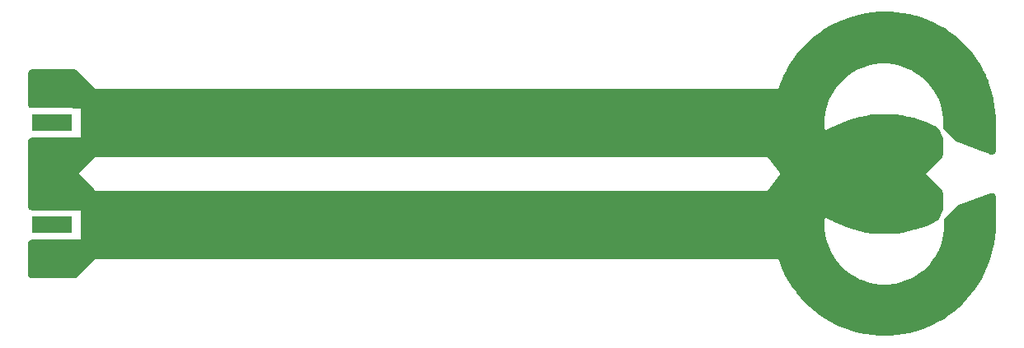
<source format=gbr>
G04 #@! TF.GenerationSoftware,KiCad,Pcbnew,8.0.4*
G04 #@! TF.CreationDate,2024-08-12T15:20:44-06:00*
G04 #@! TF.ProjectId,dual_loop_probe_fullground,6475616c-5f6c-46f6-9f70-5f70726f6265,rev?*
G04 #@! TF.SameCoordinates,Original*
G04 #@! TF.FileFunction,Copper,L1,Top*
G04 #@! TF.FilePolarity,Positive*
%FSLAX46Y46*%
G04 Gerber Fmt 4.6, Leading zero omitted, Abs format (unit mm)*
G04 Created by KiCad (PCBNEW 8.0.4) date 2024-08-12 15:20:44*
%MOMM*%
%LPD*%
G01*
G04 APERTURE LIST*
G04 #@! TA.AperFunction,SMDPad,CuDef*
%ADD10R,4.190000X1.780000*%
G04 #@! TD*
G04 #@! TA.AperFunction,ComponentPad*
%ADD11R,4.190000X3.000000*%
G04 #@! TD*
G04 #@! TA.AperFunction,ViaPad*
%ADD12C,0.800000*%
G04 #@! TD*
G04 APERTURE END LIST*
D10*
X95500000Y-96000000D03*
D11*
X95500000Y-99325000D03*
X95500000Y-92675000D03*
D10*
X95500000Y-85475000D03*
D11*
X95500000Y-82350000D03*
X95500000Y-89000000D03*
D12*
X133000000Y-94000000D03*
X131500000Y-94000000D03*
X95500000Y-94000000D03*
X101500000Y-94000000D03*
X104500000Y-94000000D03*
X122500000Y-94000000D03*
X124000000Y-94000000D03*
X125500000Y-94000000D03*
X127000000Y-94000000D03*
X119500000Y-94000000D03*
X112000000Y-94000000D03*
X110500000Y-94000000D03*
X94000000Y-94000000D03*
X100000000Y-94000000D03*
X118000000Y-94000000D03*
X130000000Y-94000000D03*
X121000000Y-94000000D03*
X109000000Y-94000000D03*
X107500000Y-94000000D03*
X116500000Y-94000000D03*
X98500000Y-94000000D03*
X103000000Y-94000000D03*
X128500000Y-94000000D03*
X106000000Y-94000000D03*
X115000000Y-94000000D03*
X97000000Y-94000000D03*
X113500000Y-94000000D03*
X134500000Y-94000000D03*
X170500000Y-94000000D03*
X169000000Y-94000000D03*
X137500000Y-94000000D03*
X136000000Y-94000000D03*
X140500000Y-94000000D03*
X143500000Y-94000000D03*
X139000000Y-94000000D03*
X142000000Y-94000000D03*
X151000000Y-94000000D03*
X145000000Y-94000000D03*
X145000000Y-94000000D03*
X146500000Y-94000000D03*
X148000000Y-94000000D03*
X149500000Y-94000000D03*
X154000000Y-94000000D03*
X152500000Y-94000000D03*
X155500000Y-94000000D03*
X157000000Y-94000000D03*
X158500000Y-94000000D03*
X160000000Y-94000000D03*
X161500000Y-94000000D03*
X163000000Y-94000000D03*
X164500000Y-94000000D03*
X166000000Y-94000000D03*
X167500000Y-94000000D03*
X174160681Y-97491213D03*
X174635347Y-98913966D03*
X175402207Y-100202942D03*
X176426056Y-101298965D03*
X177659889Y-102151720D03*
X179047062Y-102722056D03*
X180523893Y-102983790D03*
X182022581Y-102924906D03*
X183474324Y-102548108D03*
X184812473Y-101870694D03*
X185975596Y-100923763D03*
X186910295Y-99750788D03*
X187573660Y-98405618D03*
X187935235Y-96950009D03*
X174160681Y-94508787D03*
X176189817Y-90750000D03*
X177393138Y-89793306D03*
X178759561Y-89174905D03*
X180226358Y-88861790D03*
X181726188Y-88868335D03*
X183190197Y-89194238D03*
X184551172Y-89824539D03*
X187935235Y-95500000D03*
X170892607Y-99477156D03*
X171491886Y-100883213D03*
X172285582Y-102189421D03*
X173257467Y-103369069D03*
X174387667Y-104398039D03*
X175653074Y-105255289D03*
X177027812Y-105923292D03*
X178483771Y-106388387D03*
X179991181Y-106641066D03*
X181519219Y-106676161D03*
X183036640Y-106492955D03*
X184512416Y-106095193D03*
X185916373Y-105491010D03*
X187219802Y-104692759D03*
X188396051Y-103716763D03*
X189421069Y-102582978D03*
X190273897Y-101314587D03*
X190937097Y-99937525D03*
X191397107Y-98479952D03*
X191644523Y-96971669D03*
X171000000Y-92250000D03*
X171500000Y-90750000D03*
X175653074Y-86744711D03*
X177027812Y-86076708D03*
X178483771Y-85611613D03*
X179991181Y-85358934D03*
X181519219Y-85323839D03*
X183036640Y-85507045D03*
X184512416Y-85904807D03*
X185916373Y-86508990D03*
X191397107Y-93520048D03*
X191644523Y-95028331D03*
X101500000Y-87500000D03*
X110500000Y-98000000D03*
X188451529Y-77783237D03*
X107500000Y-83500000D03*
X121000000Y-87500000D03*
X167500000Y-83500000D03*
X183474325Y-79001883D03*
X94000000Y-98000000D03*
X134500000Y-98000000D03*
X125500000Y-83500000D03*
X125500000Y-87500000D03*
X166000000Y-83500000D03*
X124000000Y-83500000D03*
X109000000Y-83500000D03*
X173000000Y-94000000D03*
X160000000Y-98000000D03*
X97007460Y-89003531D03*
X100000000Y-98000000D03*
X180523894Y-78566201D03*
X130000000Y-98000000D03*
X121000000Y-98000000D03*
X158500000Y-83500000D03*
X121000000Y-83500000D03*
X140500000Y-87500000D03*
X140500000Y-83500000D03*
X175628427Y-94707958D03*
X113500000Y-87500000D03*
X187935236Y-86000000D03*
X174000001Y-85549991D03*
X185888882Y-95045517D03*
X95500000Y-83500000D03*
X191694380Y-86426685D03*
X151000000Y-98000000D03*
X164500000Y-87500000D03*
X163000000Y-98000000D03*
X119500000Y-87500000D03*
X191452585Y-83020048D03*
X172000000Y-87500000D03*
X112000000Y-83500000D03*
X181480182Y-96186973D03*
X136000000Y-87500000D03*
X170500000Y-98000000D03*
X134500000Y-83500000D03*
X185971851Y-76008990D03*
X97000000Y-90250000D03*
X174635348Y-82636025D03*
X161500000Y-83500000D03*
X167500000Y-98000000D03*
X140500000Y-98000000D03*
X149500000Y-87500000D03*
X97000000Y-98000000D03*
X122500000Y-83500000D03*
X146500000Y-83500000D03*
X163000000Y-87500000D03*
X130000000Y-83500000D03*
X160000000Y-83500000D03*
X106000000Y-98000000D03*
X145000000Y-83500000D03*
X190329375Y-80185413D03*
X95500000Y-98000000D03*
X95500000Y-100500000D03*
X187573661Y-83144373D03*
X113500000Y-83500000D03*
X109000000Y-98000000D03*
X169000000Y-83500000D03*
X180191817Y-92566997D03*
X160000000Y-87500000D03*
X174443145Y-77101961D03*
X94000000Y-100500000D03*
X130000000Y-87500000D03*
X166000000Y-87500000D03*
X179952568Y-96136716D03*
X103000000Y-83500000D03*
X115000000Y-87500000D03*
X137500000Y-98000000D03*
X128500000Y-98000000D03*
X119500000Y-83500000D03*
X155500000Y-87500000D03*
X100000000Y-83500000D03*
X94000000Y-87750000D03*
X142000000Y-83500000D03*
X118000000Y-87500000D03*
X107500000Y-87500000D03*
X137500000Y-87500000D03*
X151000000Y-87500000D03*
X98500000Y-83500000D03*
X149500000Y-98000000D03*
X142000000Y-98000000D03*
X94000000Y-90250000D03*
X145000000Y-83500000D03*
X152500000Y-87500000D03*
X98500000Y-87500000D03*
X118000000Y-83500000D03*
X109000000Y-87500000D03*
X183158444Y-92260427D03*
X145000000Y-98000000D03*
X157000000Y-83500000D03*
X155500000Y-98000000D03*
X182022582Y-78625085D03*
X170500000Y-87500000D03*
X145000000Y-87500000D03*
X164500000Y-83500000D03*
X152500000Y-98000000D03*
X174000000Y-96000000D03*
X136000000Y-98000000D03*
X116500000Y-87500000D03*
X134500000Y-87500000D03*
X187275280Y-76807241D03*
X175708552Y-76244711D03*
X158500000Y-98000000D03*
X191446964Y-87934968D03*
X173000000Y-87500000D03*
X189476547Y-78917022D03*
X124000000Y-87500000D03*
X131500000Y-87500000D03*
X186910296Y-81799203D03*
X97000000Y-87750000D03*
X177083290Y-75576708D03*
X146500000Y-98000000D03*
X163000000Y-83500000D03*
X115000000Y-98000000D03*
X136000000Y-83500000D03*
X97000000Y-83500919D03*
X180046659Y-74858934D03*
X110500000Y-87500000D03*
X161500000Y-87500000D03*
X137500000Y-83500000D03*
X125500000Y-98000000D03*
X127000000Y-98000000D03*
X161500000Y-98000000D03*
X97007460Y-99253531D03*
X166000000Y-98000000D03*
X184524867Y-91642026D03*
X175402208Y-81347049D03*
X139000000Y-83500000D03*
X101500000Y-83500000D03*
X106000000Y-87500000D03*
X116500000Y-98000000D03*
X128500000Y-83500000D03*
X94000000Y-91500000D03*
X127000000Y-87500000D03*
X178539249Y-75111613D03*
X100000000Y-87500000D03*
X167500000Y-87500000D03*
X182999347Y-96018834D03*
X98500000Y-98000000D03*
X178447741Y-95869090D03*
X148000000Y-87500000D03*
X112000000Y-98000000D03*
X177366833Y-91610793D03*
X183092118Y-75007045D03*
X157000000Y-87500000D03*
X94000000Y-83500000D03*
X169000000Y-87500000D03*
X154000000Y-87500000D03*
X179047063Y-78827935D03*
X176426057Y-80251026D03*
X171000000Y-89250000D03*
X128500000Y-87500000D03*
X107500000Y-98000000D03*
X94000000Y-81000000D03*
X148000000Y-98000000D03*
X149500000Y-83500000D03*
X110500000Y-83500000D03*
X122500000Y-98000000D03*
X181574697Y-74823839D03*
X158500000Y-87500000D03*
X133000000Y-83500000D03*
X190992575Y-81562475D03*
X131500000Y-83500000D03*
X95500000Y-81000000D03*
X170948085Y-82022844D03*
X97000000Y-91500000D03*
X112000000Y-87500000D03*
X104500000Y-83500000D03*
X178727808Y-92241094D03*
X154000000Y-98000000D03*
X187935236Y-84599982D03*
X172000000Y-94000000D03*
X185975597Y-80626228D03*
X127000000Y-83500000D03*
X155500000Y-83500000D03*
X146500000Y-87500000D03*
X133000000Y-87500000D03*
X118000000Y-98000000D03*
X143500000Y-87500000D03*
X177659890Y-79398271D03*
X142000000Y-87500000D03*
X148000000Y-83500000D03*
X176996468Y-95389569D03*
X104500000Y-98000000D03*
X154000000Y-83500000D03*
X172341060Y-79310579D03*
X184478999Y-95635737D03*
X181691647Y-92573542D03*
X95500000Y-90250000D03*
X131500000Y-98000000D03*
X191700001Y-84528331D03*
X106000000Y-83500000D03*
X174160682Y-84058778D03*
X164500000Y-98000000D03*
X97000000Y-100500000D03*
X122500000Y-87500000D03*
X145000000Y-87500000D03*
X103000000Y-87500000D03*
X104500000Y-87500000D03*
X101500000Y-98000000D03*
X173312945Y-78130931D03*
X124000000Y-98000000D03*
X174160682Y-87041204D03*
X113500000Y-98000000D03*
X184812474Y-79679297D03*
X170555478Y-83500000D03*
X139000000Y-98000000D03*
X119500000Y-98000000D03*
X152500000Y-83500000D03*
X184567894Y-75404807D03*
X95500000Y-87750000D03*
X151000000Y-83500000D03*
X143500000Y-83500000D03*
X95500000Y-91500000D03*
X103000000Y-98000000D03*
X143500000Y-98000000D03*
X133000000Y-98000000D03*
X139000000Y-87500000D03*
X97007194Y-92739008D03*
X116500000Y-83500000D03*
X169000000Y-98000000D03*
X115000000Y-83500000D03*
X97007194Y-82239008D03*
X145000000Y-98000000D03*
X157000000Y-98000000D03*
X97000000Y-81000000D03*
X171547364Y-80616787D03*
X97000000Y-96000000D03*
X94000000Y-96000000D03*
X95500000Y-96000632D03*
X97000000Y-85500919D03*
X95500000Y-85500919D03*
X94000000Y-85500919D03*
G04 #@! TA.AperFunction,Conductor*
G36*
X98603553Y-91103553D02*
G01*
X98603567Y-91103568D01*
X99853537Y-92353538D01*
X99853547Y-92353547D01*
X100000000Y-92500000D01*
X168750000Y-92500000D01*
X169000000Y-92500000D01*
X170500000Y-90500000D01*
X183000000Y-90500000D01*
X184000000Y-90500000D01*
X185000000Y-90500000D01*
X185603553Y-91103553D01*
X185603567Y-91103568D01*
X186847712Y-92347712D01*
X186858579Y-92360103D01*
X186922913Y-92443944D01*
X186939360Y-92472430D01*
X186976615Y-92562372D01*
X186985128Y-92594143D01*
X186998922Y-92698917D01*
X187000000Y-92715364D01*
X187000000Y-94374658D01*
X186999154Y-94389232D01*
X186988320Y-94482269D01*
X186981625Y-94510631D01*
X186949705Y-94598698D01*
X186943944Y-94612111D01*
X186569454Y-95361092D01*
X186500000Y-95500000D01*
X186525447Y-95500000D01*
X186516288Y-95521062D01*
X186482297Y-95549577D01*
X186447840Y-95569354D01*
X186441741Y-95572635D01*
X185884877Y-95852748D01*
X185878607Y-95855688D01*
X185307246Y-96104759D01*
X185300823Y-96107351D01*
X184716607Y-96324665D01*
X184710053Y-96326901D01*
X184114773Y-96511791D01*
X184108105Y-96513662D01*
X183503602Y-96665556D01*
X183496841Y-96667059D01*
X182884880Y-96785514D01*
X182878047Y-96786643D01*
X182260493Y-96871299D01*
X182253609Y-96872050D01*
X181632354Y-96922645D01*
X181625438Y-96923017D01*
X181002348Y-96939401D01*
X180995423Y-96939393D01*
X180372355Y-96921518D01*
X180365440Y-96921129D01*
X179744310Y-96869047D01*
X179737427Y-96868279D01*
X179120090Y-96782148D01*
X179113260Y-96781003D01*
X178501581Y-96661083D01*
X178494824Y-96659564D01*
X177890680Y-96506222D01*
X177884017Y-96504335D01*
X177289188Y-96318024D01*
X177282638Y-96315773D01*
X176698958Y-96097066D01*
X176692542Y-96094459D01*
X176121747Y-95844008D01*
X176115484Y-95841052D01*
X176024768Y-95795148D01*
X175559314Y-95559618D01*
X175553223Y-95556322D01*
X175043261Y-95262015D01*
X175026842Y-95249966D01*
X175013439Y-95243843D01*
X174999838Y-95236594D01*
X174998049Y-95235495D01*
X174994093Y-95233064D01*
X174989451Y-95230212D01*
X174988818Y-95230060D01*
X174984794Y-95228670D01*
X174980540Y-95228591D01*
X174979896Y-95228517D01*
X174967935Y-95230938D01*
X174952690Y-95233064D01*
X174940539Y-95234007D01*
X174939949Y-95234251D01*
X174935863Y-95235495D01*
X174932378Y-95237930D01*
X174931806Y-95238252D01*
X174923553Y-95247242D01*
X174912467Y-95257925D01*
X174903190Y-95265830D01*
X174902851Y-95266383D01*
X174900285Y-95269781D01*
X174898896Y-95273802D01*
X174898625Y-95274393D01*
X174897234Y-95286508D01*
X174894544Y-95301673D01*
X174891685Y-95313520D01*
X174891733Y-95314128D01*
X174891285Y-95338259D01*
X174868324Y-95537945D01*
X174850969Y-96019135D01*
X174871317Y-96500194D01*
X174929244Y-96978195D01*
X174929248Y-96978216D01*
X175024393Y-97450199D01*
X175024395Y-97450207D01*
X175156179Y-97913294D01*
X175156188Y-97913322D01*
X175323805Y-98364689D01*
X175323816Y-98364715D01*
X175526226Y-98801559D01*
X175526230Y-98801567D01*
X175526235Y-98801577D01*
X175762224Y-99221280D01*
X176030329Y-99621231D01*
X176328907Y-99998978D01*
X176468419Y-100149580D01*
X176656122Y-100352204D01*
X176656131Y-100352213D01*
X177009965Y-100678735D01*
X177009972Y-100678741D01*
X177009979Y-100678747D01*
X177388298Y-100976600D01*
X177788762Y-101243938D01*
X177788765Y-101243940D01*
X177788770Y-101243943D01*
X177974152Y-101347712D01*
X178208916Y-101479123D01*
X178515392Y-101620414D01*
X178578482Y-101649500D01*
X178646185Y-101680712D01*
X179097885Y-101847469D01*
X179561249Y-101978372D01*
X180033435Y-102072618D01*
X180511547Y-102129629D01*
X180992654Y-102149056D01*
X180992658Y-102149055D01*
X180992662Y-102149056D01*
X181473790Y-102130780D01*
X181473794Y-102130779D01*
X181473807Y-102130779D01*
X181881390Y-102083164D01*
X181952047Y-102074911D01*
X181952050Y-102074910D01*
X181952054Y-102074910D01*
X181952059Y-102074908D01*
X181952071Y-102074907D01*
X182097555Y-102046230D01*
X182424463Y-101981793D01*
X182888138Y-101851997D01*
X183340236Y-101686320D01*
X183777985Y-101485776D01*
X184198700Y-101251596D01*
X184198700Y-101251595D01*
X184198707Y-101251592D01*
X184198713Y-101251588D01*
X184599787Y-100985225D01*
X184599787Y-100985224D01*
X184599802Y-100985215D01*
X184826144Y-100807888D01*
X184978810Y-100688283D01*
X184978815Y-100688278D01*
X184978831Y-100688266D01*
X185333464Y-100362572D01*
X185661525Y-100010127D01*
X185961005Y-99633094D01*
X186230065Y-99233785D01*
X186467056Y-98814647D01*
X186473159Y-98801559D01*
X186571605Y-98590414D01*
X186670526Y-98378250D01*
X186839226Y-97927272D01*
X186972123Y-97464476D01*
X187068401Y-96992700D01*
X187127469Y-96514838D01*
X187145681Y-96107351D01*
X187148967Y-96033830D01*
X187148967Y-96033819D01*
X187132762Y-95552592D01*
X187120794Y-95446280D01*
X187133050Y-95376350D01*
X187156902Y-95343096D01*
X188418672Y-94081327D01*
X188428634Y-94072375D01*
X188495788Y-94018209D01*
X188518321Y-94003700D01*
X188595417Y-93964981D01*
X188607698Y-93959613D01*
X191816305Y-92756385D01*
X191832909Y-92751433D01*
X191941443Y-92727054D01*
X191975936Y-92724181D01*
X192078221Y-92729783D01*
X192112201Y-92736407D01*
X192209103Y-92769637D01*
X192239998Y-92785260D01*
X192324194Y-92843608D01*
X192349671Y-92867051D01*
X192395746Y-92922975D01*
X192423625Y-92988269D01*
X192424500Y-93003095D01*
X192424500Y-95998248D01*
X192424450Y-96001782D01*
X192406626Y-96637038D01*
X192406230Y-96644094D01*
X192352962Y-97275607D01*
X192352171Y-97282631D01*
X192263576Y-97910179D01*
X192262392Y-97917146D01*
X192138753Y-98538725D01*
X192137180Y-98545616D01*
X191978884Y-99159276D01*
X191976928Y-99166067D01*
X191784464Y-99769916D01*
X191782129Y-99776587D01*
X191556127Y-100368651D01*
X191553423Y-100375181D01*
X191294560Y-100953682D01*
X191291493Y-100960050D01*
X191000607Y-101523114D01*
X190997188Y-101529299D01*
X190675202Y-102075146D01*
X190671442Y-102081131D01*
X190319337Y-102608093D01*
X190315247Y-102613857D01*
X189934166Y-103120225D01*
X189929760Y-103125751D01*
X189520866Y-103609979D01*
X189516156Y-103615249D01*
X189080769Y-104075772D01*
X189075772Y-104080769D01*
X188615249Y-104516156D01*
X188609979Y-104520866D01*
X188125751Y-104929760D01*
X188120225Y-104934166D01*
X187613857Y-105315247D01*
X187608093Y-105319337D01*
X187081131Y-105671442D01*
X187075146Y-105675202D01*
X186529299Y-105997188D01*
X186523114Y-106000607D01*
X185960050Y-106291493D01*
X185953682Y-106294560D01*
X185375181Y-106553423D01*
X185368651Y-106556127D01*
X184776587Y-106782129D01*
X184769916Y-106784464D01*
X184166067Y-106976928D01*
X184159276Y-106978884D01*
X183545616Y-107137180D01*
X183538725Y-107138753D01*
X182917146Y-107262392D01*
X182910179Y-107263576D01*
X182282631Y-107352171D01*
X182275607Y-107352962D01*
X181644094Y-107406230D01*
X181637038Y-107406626D01*
X181148740Y-107420326D01*
X181091250Y-107408238D01*
X181076242Y-107401126D01*
X181076241Y-107401126D01*
X181076239Y-107401125D01*
X181044026Y-107401325D01*
X181042169Y-107401322D01*
X181041468Y-107401316D01*
X181039739Y-107401290D01*
X180394673Y-107386916D01*
X180387498Y-107386551D01*
X179745750Y-107335549D01*
X179738606Y-107334776D01*
X179100794Y-107247274D01*
X179093707Y-107246095D01*
X178461927Y-107122384D01*
X178454918Y-107120803D01*
X177831195Y-106961275D01*
X177824288Y-106959296D01*
X177210713Y-106764489D01*
X177203930Y-106762121D01*
X176602431Y-106532648D01*
X176595794Y-106529897D01*
X176008343Y-106266509D01*
X176001874Y-106263383D01*
X175430417Y-105966952D01*
X175424156Y-105963475D01*
X174870467Y-105634919D01*
X174864405Y-105631083D01*
X174330396Y-105271537D01*
X174324553Y-105267356D01*
X173811897Y-104877949D01*
X173806302Y-104873442D01*
X173316671Y-104455444D01*
X173311342Y-104450625D01*
X172846347Y-104005413D01*
X172841301Y-104000299D01*
X172402421Y-103529287D01*
X172397674Y-103523892D01*
X171986359Y-103028634D01*
X171981929Y-103022979D01*
X171926882Y-102948430D01*
X171599516Y-102505089D01*
X171595421Y-102499199D01*
X171576143Y-102469711D01*
X171243129Y-101960322D01*
X171239376Y-101954206D01*
X171216973Y-101915258D01*
X170975468Y-101495388D01*
X170918392Y-101396159D01*
X170914989Y-101389832D01*
X170899312Y-101358579D01*
X170626319Y-100814365D01*
X170623309Y-100807909D01*
X170367907Y-100216920D01*
X170365263Y-100210291D01*
X170155376Y-99636886D01*
X170150976Y-99621209D01*
X170150498Y-99620055D01*
X170150498Y-99620053D01*
X170142758Y-99601372D01*
X170139670Y-99593109D01*
X170131864Y-99569738D01*
X170131862Y-99569736D01*
X170130750Y-99567908D01*
X170107825Y-99544986D01*
X170106563Y-99543706D01*
X170106512Y-99543654D01*
X170104588Y-99541674D01*
X170083983Y-99520474D01*
X170083981Y-99520473D01*
X170057138Y-99510649D01*
X170052252Y-99508744D01*
X170028440Y-99498883D01*
X170022704Y-99497273D01*
X170019462Y-99496861D01*
X169998757Y-99498896D01*
X169986447Y-99499500D01*
X169041535Y-99499568D01*
X169013301Y-99499568D01*
X169013297Y-99499569D01*
X169002773Y-99503928D01*
X169000000Y-99500000D01*
X168740922Y-99500000D01*
X168740916Y-99500000D01*
X100207104Y-99500000D01*
X100000000Y-99500000D01*
X99853558Y-99646442D01*
X99853537Y-99646461D01*
X98152287Y-101347712D01*
X98139896Y-101358579D01*
X98056055Y-101422913D01*
X98027569Y-101439360D01*
X97937627Y-101476615D01*
X97905856Y-101485128D01*
X97827917Y-101495388D01*
X97801080Y-101498922D01*
X97784635Y-101500000D01*
X93508258Y-101500000D01*
X93491812Y-101498922D01*
X93387037Y-101485128D01*
X93355265Y-101476615D01*
X93265326Y-101439361D01*
X93236840Y-101422914D01*
X93159605Y-101363649D01*
X93136351Y-101340396D01*
X93101536Y-101295024D01*
X93075937Y-101228807D01*
X93075500Y-101218323D01*
X93075500Y-97781677D01*
X93095502Y-97713556D01*
X93101531Y-97704981D01*
X93136351Y-97659603D01*
X93159603Y-97636351D01*
X93236843Y-97577082D01*
X93265321Y-97560640D01*
X93355270Y-97523382D01*
X93387033Y-97514872D01*
X93468592Y-97504134D01*
X93491813Y-97501078D01*
X93508258Y-97500000D01*
X97999993Y-97500000D01*
X98000000Y-97500000D01*
X98500000Y-97500000D01*
X98500000Y-94500000D01*
X98000002Y-94500000D01*
X93508258Y-94500000D01*
X93491812Y-94498922D01*
X93387037Y-94485128D01*
X93355265Y-94476615D01*
X93265326Y-94439361D01*
X93236840Y-94422914D01*
X93159605Y-94363649D01*
X93136351Y-94340396D01*
X93101536Y-94295024D01*
X93075937Y-94228807D01*
X93075500Y-94218323D01*
X93075500Y-90500000D01*
X98000000Y-90500000D01*
X98603553Y-91103553D01*
G37*
G04 #@! TD.AperFunction*
G04 #@! TA.AperFunction,Conductor*
G36*
X180962649Y-74076348D02*
G01*
X180977151Y-74076025D01*
X180977152Y-74076026D01*
X180996800Y-74075589D01*
X180999428Y-74075531D01*
X181002226Y-74075500D01*
X181003868Y-74075500D01*
X181004733Y-74075502D01*
X181648190Y-74079923D01*
X181655462Y-74080185D01*
X182297005Y-74121974D01*
X182304254Y-74122658D01*
X182878346Y-74193762D01*
X182942244Y-74201676D01*
X182949488Y-74202788D01*
X182958615Y-74204462D01*
X183581817Y-74318769D01*
X183588939Y-74320291D01*
X184189447Y-74466979D01*
X184213423Y-74472836D01*
X184220490Y-74474781D01*
X184835073Y-74663385D01*
X184842014Y-74665739D01*
X185444548Y-74889743D01*
X185451319Y-74892486D01*
X186039875Y-75151175D01*
X186046444Y-75154293D01*
X186618961Y-75446765D01*
X186625356Y-75450270D01*
X187179880Y-75775525D01*
X187186067Y-75779400D01*
X187720733Y-76136342D01*
X187726686Y-76140571D01*
X188239686Y-76527991D01*
X188245403Y-76532576D01*
X188735008Y-76949169D01*
X188740438Y-76954068D01*
X188851446Y-77060249D01*
X189204989Y-77398421D01*
X189210136Y-77403639D01*
X189648062Y-77874249D01*
X189652897Y-77879758D01*
X190062715Y-78375031D01*
X190067221Y-78380811D01*
X190447547Y-78899073D01*
X190451710Y-78905106D01*
X190801265Y-79444617D01*
X190805069Y-79450881D01*
X191122648Y-80009776D01*
X191126083Y-80016251D01*
X191410650Y-80592711D01*
X191413701Y-80599375D01*
X191465120Y-80720866D01*
X191650683Y-81159307D01*
X191664247Y-81191354D01*
X191666903Y-81198175D01*
X191720598Y-81348912D01*
X191882624Y-81803776D01*
X191884881Y-81810749D01*
X192065013Y-82427833D01*
X192066861Y-82434925D01*
X192210809Y-83061438D01*
X192212242Y-83068626D01*
X192319518Y-83702450D01*
X192320531Y-83709709D01*
X192390774Y-84348721D01*
X192391362Y-84356027D01*
X192412115Y-84760156D01*
X192423546Y-84982758D01*
X192424334Y-84998093D01*
X192424500Y-85004555D01*
X192424500Y-88496903D01*
X192404498Y-88565024D01*
X192395747Y-88577022D01*
X192349672Y-88632947D01*
X192324194Y-88656391D01*
X192239998Y-88714739D01*
X192209101Y-88730363D01*
X192112201Y-88763592D01*
X192078220Y-88770216D01*
X191975943Y-88775818D01*
X191941439Y-88772944D01*
X191832920Y-88748569D01*
X191816291Y-88743609D01*
X191780968Y-88730363D01*
X190576001Y-88278500D01*
X188607711Y-87540391D01*
X188595404Y-87535012D01*
X188562950Y-87518713D01*
X188518328Y-87496303D01*
X188495782Y-87481785D01*
X188428639Y-87427629D01*
X188418658Y-87418658D01*
X187067810Y-86067810D01*
X187033784Y-86005498D01*
X187031687Y-85964701D01*
X187034473Y-85939805D01*
X187034475Y-85939791D01*
X187050237Y-85461156D01*
X187039536Y-85226519D01*
X187028420Y-84982768D01*
X187028419Y-84982765D01*
X187028419Y-84982758D01*
X186969157Y-84507544D01*
X186872815Y-84038441D01*
X186739986Y-83578336D01*
X186571488Y-83130063D01*
X186368359Y-82696382D01*
X186131850Y-82279965D01*
X185944435Y-82003072D01*
X185863422Y-81883381D01*
X185863421Y-81883380D01*
X185863417Y-81883374D01*
X185604557Y-81558983D01*
X185564720Y-81509061D01*
X185564716Y-81509057D01*
X185564713Y-81509053D01*
X185237577Y-81159307D01*
X184915038Y-80864624D01*
X184884024Y-80836288D01*
X184826561Y-80791524D01*
X184506232Y-80541988D01*
X184106526Y-80278217D01*
X183993938Y-80216003D01*
X183687381Y-80046606D01*
X183687377Y-80046604D01*
X183687368Y-80046599D01*
X183251339Y-79848562D01*
X183251338Y-79848561D01*
X183251330Y-79848558D01*
X182801139Y-79685329D01*
X182801105Y-79685318D01*
X182339506Y-79557894D01*
X182339490Y-79557891D01*
X181922441Y-79477316D01*
X181869295Y-79467048D01*
X181393420Y-79413354D01*
X180914800Y-79397139D01*
X180914797Y-79397139D01*
X180914794Y-79397139D01*
X180766772Y-79403749D01*
X180436382Y-79418504D01*
X180436374Y-79418504D01*
X180436373Y-79418505D01*
X180436365Y-79418505D01*
X179961126Y-79477314D01*
X179961116Y-79477316D01*
X179491918Y-79573214D01*
X179031694Y-79705606D01*
X179031683Y-79705609D01*
X178583269Y-79873676D01*
X178583232Y-79873691D01*
X178149393Y-80076394D01*
X177732746Y-80312512D01*
X177335903Y-80580569D01*
X177335891Y-80580577D01*
X176961318Y-80878902D01*
X176961286Y-80878930D01*
X176611236Y-81205729D01*
X176611230Y-81205736D01*
X176287885Y-81558974D01*
X176287877Y-81558983D01*
X175993236Y-81936476D01*
X175993225Y-81936490D01*
X175729081Y-82335938D01*
X175729073Y-82335951D01*
X175497062Y-82754885D01*
X175497056Y-82754898D01*
X175298619Y-83190712D01*
X175298612Y-83190728D01*
X175134960Y-83640756D01*
X175134946Y-83640799D01*
X175007087Y-84102265D01*
X175007082Y-84102290D01*
X174915791Y-84572417D01*
X174861649Y-85048226D01*
X174844981Y-85526836D01*
X174865892Y-86005262D01*
X174865895Y-86005292D01*
X174890233Y-86203467D01*
X174890804Y-86227593D01*
X174893869Y-86240156D01*
X174896519Y-86254655D01*
X174898095Y-86267486D01*
X174899432Y-86271292D01*
X174899883Y-86272127D01*
X174902328Y-86275331D01*
X174912188Y-86283690D01*
X174922856Y-86293865D01*
X174931672Y-86303319D01*
X174934979Y-86305603D01*
X174935845Y-86306019D01*
X174939696Y-86307171D01*
X174939906Y-86307186D01*
X174939907Y-86307187D01*
X174952588Y-86308137D01*
X174967200Y-86310098D01*
X174979692Y-86312527D01*
X174979693Y-86312526D01*
X174979908Y-86312568D01*
X174983891Y-86312474D01*
X174984888Y-86312292D01*
X174988641Y-86310973D01*
X174988829Y-86310856D01*
X174988833Y-86310857D01*
X174999672Y-86304159D01*
X175012632Y-86297165D01*
X175024157Y-86291792D01*
X175024157Y-86291791D01*
X175026974Y-86290478D01*
X175042750Y-86278773D01*
X175547190Y-85985883D01*
X175553207Y-85982606D01*
X176103956Y-85701983D01*
X176110145Y-85699040D01*
X176675421Y-85449016D01*
X176681767Y-85446415D01*
X177259872Y-85227739D01*
X177266380Y-85225479D01*
X177855609Y-85038797D01*
X177862209Y-85036904D01*
X178460751Y-84882787D01*
X178467471Y-84881252D01*
X179073557Y-84760155D01*
X179080348Y-84758990D01*
X179692187Y-84671272D01*
X179699000Y-84670486D01*
X180314730Y-84616416D01*
X180321575Y-84616004D01*
X180939323Y-84595745D01*
X180946218Y-84595709D01*
X181564150Y-84609321D01*
X181570986Y-84609659D01*
X182187254Y-84657103D01*
X182194099Y-84657818D01*
X182806851Y-84738951D01*
X182813629Y-84740038D01*
X183421007Y-84854614D01*
X183427699Y-84856067D01*
X184027914Y-85003749D01*
X184034512Y-85005566D01*
X184625722Y-85185902D01*
X184632252Y-85188092D01*
X185212664Y-85400531D01*
X185219047Y-85403068D01*
X185786970Y-85646994D01*
X185793219Y-85649884D01*
X186346903Y-85924541D01*
X186352981Y-85927767D01*
X186475823Y-85997337D01*
X186522999Y-86045998D01*
X186653585Y-86307171D01*
X186943944Y-86887888D01*
X186949705Y-86901301D01*
X186981625Y-86989368D01*
X186988320Y-87017730D01*
X186999154Y-87110767D01*
X187000000Y-87125341D01*
X187000000Y-88784635D01*
X186998922Y-88801082D01*
X186985128Y-88905856D01*
X186976615Y-88937627D01*
X186939360Y-89027569D01*
X186922913Y-89056055D01*
X186858579Y-89139896D01*
X186847712Y-89152287D01*
X185603567Y-90396431D01*
X185603548Y-90396452D01*
X185000000Y-91000000D01*
X184000000Y-91000000D01*
X183000000Y-91000000D01*
X170500000Y-91000000D01*
X169000000Y-89000000D01*
X168750002Y-89000000D01*
X100207104Y-89000000D01*
X100000000Y-89000000D01*
X99853558Y-89146442D01*
X99853537Y-89146461D01*
X98603567Y-90396431D01*
X98603548Y-90396452D01*
X98000000Y-91000000D01*
X93075500Y-91000000D01*
X93075500Y-87281677D01*
X93095502Y-87213556D01*
X93101531Y-87204981D01*
X93136351Y-87159603D01*
X93159603Y-87136351D01*
X93236843Y-87077082D01*
X93265321Y-87060640D01*
X93355270Y-87023382D01*
X93387033Y-87014872D01*
X93468592Y-87004134D01*
X93491813Y-87001078D01*
X93508258Y-87000000D01*
X97999993Y-87000000D01*
X98000000Y-87000000D01*
X98500000Y-87000000D01*
X98500000Y-84000000D01*
X98000002Y-84000000D01*
X97760354Y-84000000D01*
X97743908Y-83998922D01*
X97634363Y-83984500D01*
X93399364Y-83984500D01*
X93351146Y-83974909D01*
X93265326Y-83939361D01*
X93236840Y-83922914D01*
X93159605Y-83863649D01*
X93136351Y-83840396D01*
X93101536Y-83795024D01*
X93075937Y-83728807D01*
X93075500Y-83718323D01*
X93075500Y-80281677D01*
X93095502Y-80213556D01*
X93101531Y-80204981D01*
X93136351Y-80159603D01*
X93159603Y-80136351D01*
X93236843Y-80077082D01*
X93265321Y-80060640D01*
X93355270Y-80023382D01*
X93387033Y-80014872D01*
X93468592Y-80004134D01*
X93491813Y-80001078D01*
X93508258Y-80000000D01*
X97784635Y-80000000D01*
X97801080Y-80001078D01*
X97829094Y-80004765D01*
X97905857Y-80014871D01*
X97937624Y-80023383D01*
X98027572Y-80060641D01*
X98056051Y-80077084D01*
X98133287Y-80136349D01*
X98139896Y-80141420D01*
X98152287Y-80152287D01*
X99853537Y-81853538D01*
X99853547Y-81853547D01*
X100000000Y-82000000D01*
X168740915Y-82000000D01*
X168740922Y-82000000D01*
X169000000Y-82000000D01*
X169003602Y-81994895D01*
X169019093Y-81994904D01*
X169019094Y-81994903D01*
X169031287Y-81994910D01*
X169031859Y-81994852D01*
X169923757Y-81994118D01*
X169937344Y-81996300D01*
X169937446Y-81995236D01*
X169951575Y-81996577D01*
X169951576Y-81996578D01*
X170019970Y-82003073D01*
X170084408Y-81979249D01*
X170132128Y-81929826D01*
X170142348Y-81898891D01*
X170143482Y-81895617D01*
X170148957Y-81880503D01*
X170150956Y-81875343D01*
X170151774Y-81873367D01*
X170151773Y-81873364D01*
X170153750Y-81868583D01*
X170155321Y-81862937D01*
X170363220Y-81289099D01*
X170365850Y-81282442D01*
X170398702Y-81205729D01*
X170619060Y-80691167D01*
X170622051Y-80684700D01*
X170908540Y-80108843D01*
X170911922Y-80102506D01*
X170943834Y-80046599D01*
X171230781Y-79543893D01*
X171234480Y-79537822D01*
X171584683Y-78998257D01*
X171588733Y-78992392D01*
X171969092Y-78473706D01*
X171973478Y-78468068D01*
X172382811Y-77971872D01*
X172387491Y-77966519D01*
X172824433Y-77494472D01*
X172829410Y-77489393D01*
X173292575Y-77042990D01*
X173297826Y-77038211D01*
X173785645Y-76618966D01*
X173791179Y-76614477D01*
X174302115Y-76223710D01*
X174307899Y-76219543D01*
X174840252Y-75858551D01*
X174846271Y-75854714D01*
X175398351Y-75524643D01*
X175404598Y-75521146D01*
X175974563Y-75223096D01*
X175980983Y-75219968D01*
X176567037Y-74954877D01*
X176573648Y-74952111D01*
X177173821Y-74720871D01*
X177180572Y-74718489D01*
X177792995Y-74521818D01*
X177799817Y-74519840D01*
X178422452Y-74358398D01*
X178429437Y-74356798D01*
X179060216Y-74231118D01*
X179067277Y-74229918D01*
X179704232Y-74140390D01*
X179711355Y-74139596D01*
X180352328Y-74086524D01*
X180359479Y-74086136D01*
X180773563Y-74075541D01*
X180776786Y-74075500D01*
X180956880Y-74075500D01*
X180962649Y-74076348D01*
G37*
G04 #@! TD.AperFunction*
M02*

</source>
